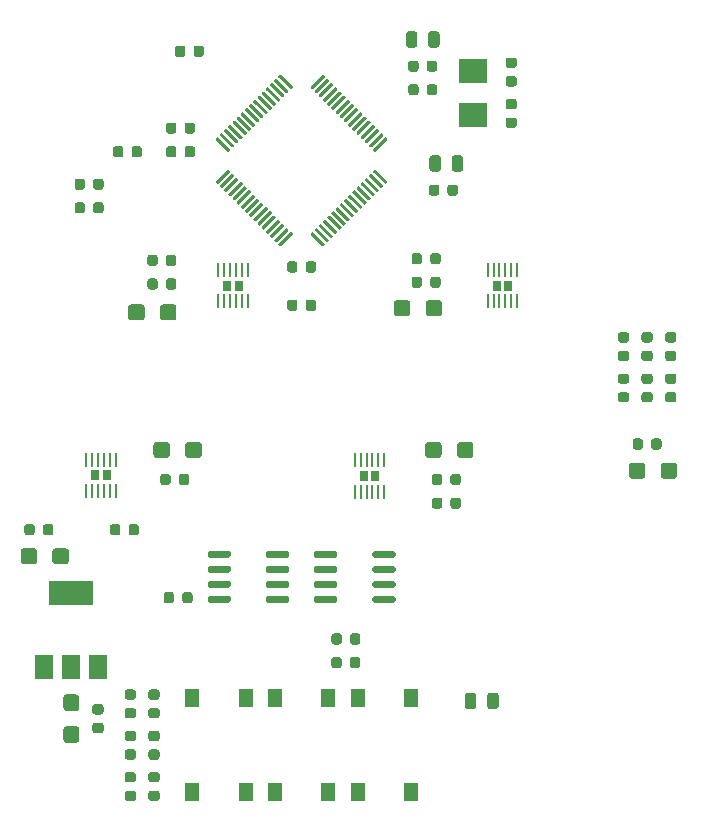
<source format=gbr>
%TF.GenerationSoftware,KiCad,Pcbnew,(5.1.6)-1*%
%TF.CreationDate,2021-08-14T20:00:11+02:00*%
%TF.ProjectId,sneak100_main_board,736e6561-6b31-4303-905f-6d61696e5f62,rev?*%
%TF.SameCoordinates,Original*%
%TF.FileFunction,Paste,Top*%
%TF.FilePolarity,Positive*%
%FSLAX46Y46*%
G04 Gerber Fmt 4.6, Leading zero omitted, Abs format (unit mm)*
G04 Created by KiCad (PCBNEW (5.1.6)-1) date 2021-08-14 20:00:11*
%MOMM*%
%LPD*%
G01*
G04 APERTURE LIST*
%ADD10R,0.250000X1.250000*%
%ADD11R,0.800000X0.950000*%
%ADD12R,1.500000X2.000000*%
%ADD13R,3.800000X2.000000*%
%ADD14R,1.300000X1.550000*%
%ADD15R,2.400000X2.000000*%
G04 APERTURE END LIST*
D10*
%TO.C,U4*%
X154250000Y-85375000D03*
X153750000Y-85375000D03*
X153275000Y-85375000D03*
X152775000Y-85375000D03*
X154750000Y-85375000D03*
X152250000Y-88025000D03*
X154750000Y-88025000D03*
X154250000Y-88025000D03*
D11*
X153000000Y-86700000D03*
D10*
X153750000Y-88025000D03*
D11*
X154000000Y-86700000D03*
D10*
X153250000Y-88025000D03*
X152250000Y-85375000D03*
X152750000Y-88025000D03*
%TD*%
%TO.C,U3*%
X131500000Y-85325000D03*
X131000000Y-85325000D03*
X130525000Y-85325000D03*
X130025000Y-85325000D03*
X132000000Y-85325000D03*
X129500000Y-87975000D03*
X132000000Y-87975000D03*
X131500000Y-87975000D03*
D11*
X130250000Y-86650000D03*
D10*
X131000000Y-87975000D03*
D11*
X131250000Y-86650000D03*
D10*
X130500000Y-87975000D03*
X129500000Y-85325000D03*
X130000000Y-87975000D03*
%TD*%
%TO.C,U2*%
X164000000Y-71925000D03*
X164500000Y-71925000D03*
X164975000Y-71925000D03*
X165475000Y-71925000D03*
X163500000Y-71925000D03*
X166000000Y-69275000D03*
X163500000Y-69275000D03*
X164000000Y-69275000D03*
D11*
X165250000Y-70600000D03*
D10*
X164500000Y-69275000D03*
D11*
X164250000Y-70600000D03*
D10*
X165000000Y-69275000D03*
X166000000Y-71925000D03*
X165500000Y-69275000D03*
%TD*%
%TO.C,U1*%
X141200000Y-71925000D03*
X141700000Y-71925000D03*
X142175000Y-71925000D03*
X142675000Y-71925000D03*
X140700000Y-71925000D03*
X143200000Y-69275000D03*
X140700000Y-69275000D03*
X141200000Y-69275000D03*
D11*
X142450000Y-70600000D03*
D10*
X141700000Y-69275000D03*
D11*
X141450000Y-70600000D03*
D10*
X142200000Y-69275000D03*
X143200000Y-71925000D03*
X142700000Y-69275000D03*
%TD*%
%TO.C,C21*%
G36*
G01*
X178150000Y-86675001D02*
X178150000Y-85824999D01*
G75*
G02*
X178399999Y-85575000I249999J0D01*
G01*
X179300001Y-85575000D01*
G75*
G02*
X179550000Y-85824999I0J-249999D01*
G01*
X179550000Y-86675001D01*
G75*
G02*
X179300001Y-86925000I-249999J0D01*
G01*
X178399999Y-86925000D01*
G75*
G02*
X178150000Y-86675001I0J249999D01*
G01*
G37*
G36*
G01*
X175450000Y-86675001D02*
X175450000Y-85824999D01*
G75*
G02*
X175699999Y-85575000I249999J0D01*
G01*
X176600001Y-85575000D01*
G75*
G02*
X176850000Y-85824999I0J-249999D01*
G01*
X176850000Y-86675001D01*
G75*
G02*
X176600001Y-86925000I-249999J0D01*
G01*
X175699999Y-86925000D01*
G75*
G02*
X175450000Y-86675001I0J249999D01*
G01*
G37*
%TD*%
%TO.C,C12*%
G36*
G01*
X160900000Y-84925001D02*
X160900000Y-84074999D01*
G75*
G02*
X161149999Y-83825000I249999J0D01*
G01*
X162050001Y-83825000D01*
G75*
G02*
X162300000Y-84074999I0J-249999D01*
G01*
X162300000Y-84925001D01*
G75*
G02*
X162050001Y-85175000I-249999J0D01*
G01*
X161149999Y-85175000D01*
G75*
G02*
X160900000Y-84925001I0J249999D01*
G01*
G37*
G36*
G01*
X158200000Y-84925001D02*
X158200000Y-84074999D01*
G75*
G02*
X158449999Y-83825000I249999J0D01*
G01*
X159350001Y-83825000D01*
G75*
G02*
X159600000Y-84074999I0J-249999D01*
G01*
X159600000Y-84925001D01*
G75*
G02*
X159350001Y-85175000I-249999J0D01*
G01*
X158449999Y-85175000D01*
G75*
G02*
X158200000Y-84925001I0J249999D01*
G01*
G37*
%TD*%
%TO.C,C9*%
G36*
G01*
X137900000Y-84925001D02*
X137900000Y-84074999D01*
G75*
G02*
X138149999Y-83825000I249999J0D01*
G01*
X139050001Y-83825000D01*
G75*
G02*
X139300000Y-84074999I0J-249999D01*
G01*
X139300000Y-84925001D01*
G75*
G02*
X139050001Y-85175000I-249999J0D01*
G01*
X138149999Y-85175000D01*
G75*
G02*
X137900000Y-84925001I0J249999D01*
G01*
G37*
G36*
G01*
X135200000Y-84925001D02*
X135200000Y-84074999D01*
G75*
G02*
X135449999Y-83825000I249999J0D01*
G01*
X136350001Y-83825000D01*
G75*
G02*
X136600000Y-84074999I0J-249999D01*
G01*
X136600000Y-84925001D01*
G75*
G02*
X136350001Y-85175000I-249999J0D01*
G01*
X135449999Y-85175000D01*
G75*
G02*
X135200000Y-84925001I0J249999D01*
G01*
G37*
%TD*%
%TO.C,C6*%
G36*
G01*
X156950000Y-72074999D02*
X156950000Y-72925001D01*
G75*
G02*
X156700001Y-73175000I-249999J0D01*
G01*
X155799999Y-73175000D01*
G75*
G02*
X155550000Y-72925001I0J249999D01*
G01*
X155550000Y-72074999D01*
G75*
G02*
X155799999Y-71825000I249999J0D01*
G01*
X156700001Y-71825000D01*
G75*
G02*
X156950000Y-72074999I0J-249999D01*
G01*
G37*
G36*
G01*
X159650000Y-72074999D02*
X159650000Y-72925001D01*
G75*
G02*
X159400001Y-73175000I-249999J0D01*
G01*
X158499999Y-73175000D01*
G75*
G02*
X158250000Y-72925001I0J249999D01*
G01*
X158250000Y-72074999D01*
G75*
G02*
X158499999Y-71825000I249999J0D01*
G01*
X159400001Y-71825000D01*
G75*
G02*
X159650000Y-72074999I0J-249999D01*
G01*
G37*
%TD*%
%TO.C,C3*%
G36*
G01*
X134450000Y-72424999D02*
X134450000Y-73275001D01*
G75*
G02*
X134200001Y-73525000I-249999J0D01*
G01*
X133299999Y-73525000D01*
G75*
G02*
X133050000Y-73275001I0J249999D01*
G01*
X133050000Y-72424999D01*
G75*
G02*
X133299999Y-72175000I249999J0D01*
G01*
X134200001Y-72175000D01*
G75*
G02*
X134450000Y-72424999I0J-249999D01*
G01*
G37*
G36*
G01*
X137150000Y-72424999D02*
X137150000Y-73275001D01*
G75*
G02*
X136900001Y-73525000I-249999J0D01*
G01*
X135999999Y-73525000D01*
G75*
G02*
X135750000Y-73275001I0J249999D01*
G01*
X135750000Y-72424999D01*
G75*
G02*
X135999999Y-72175000I249999J0D01*
G01*
X136900001Y-72175000D01*
G75*
G02*
X137150000Y-72424999I0J-249999D01*
G01*
G37*
%TD*%
%TO.C,C16*%
G36*
G01*
X125350000Y-93074999D02*
X125350000Y-93925001D01*
G75*
G02*
X125100001Y-94175000I-249999J0D01*
G01*
X124199999Y-94175000D01*
G75*
G02*
X123950000Y-93925001I0J249999D01*
G01*
X123950000Y-93074999D01*
G75*
G02*
X124199999Y-92825000I249999J0D01*
G01*
X125100001Y-92825000D01*
G75*
G02*
X125350000Y-93074999I0J-249999D01*
G01*
G37*
G36*
G01*
X128050000Y-93074999D02*
X128050000Y-93925001D01*
G75*
G02*
X127800001Y-94175000I-249999J0D01*
G01*
X126899999Y-94175000D01*
G75*
G02*
X126650000Y-93925001I0J249999D01*
G01*
X126650000Y-93074999D01*
G75*
G02*
X126899999Y-92825000I249999J0D01*
G01*
X127800001Y-92825000D01*
G75*
G02*
X128050000Y-93074999I0J-249999D01*
G01*
G37*
%TD*%
%TO.C,C15*%
G36*
G01*
X127824999Y-107900000D02*
X128675001Y-107900000D01*
G75*
G02*
X128925000Y-108149999I0J-249999D01*
G01*
X128925000Y-109050001D01*
G75*
G02*
X128675001Y-109300000I-249999J0D01*
G01*
X127824999Y-109300000D01*
G75*
G02*
X127575000Y-109050001I0J249999D01*
G01*
X127575000Y-108149999D01*
G75*
G02*
X127824999Y-107900000I249999J0D01*
G01*
G37*
G36*
G01*
X127824999Y-105200000D02*
X128675001Y-105200000D01*
G75*
G02*
X128925000Y-105449999I0J-249999D01*
G01*
X128925000Y-106350001D01*
G75*
G02*
X128675001Y-106600000I-249999J0D01*
G01*
X127824999Y-106600000D01*
G75*
G02*
X127575000Y-106350001I0J249999D01*
G01*
X127575000Y-105449999D01*
G75*
G02*
X127824999Y-105200000I249999J0D01*
G01*
G37*
%TD*%
%TO.C,C13*%
G36*
G01*
X162550000Y-105293750D02*
X162550000Y-106206250D01*
G75*
G02*
X162306250Y-106450000I-243750J0D01*
G01*
X161818750Y-106450000D01*
G75*
G02*
X161575000Y-106206250I0J243750D01*
G01*
X161575000Y-105293750D01*
G75*
G02*
X161818750Y-105050000I243750J0D01*
G01*
X162306250Y-105050000D01*
G75*
G02*
X162550000Y-105293750I0J-243750D01*
G01*
G37*
G36*
G01*
X164425000Y-105293750D02*
X164425000Y-106206250D01*
G75*
G02*
X164181250Y-106450000I-243750J0D01*
G01*
X163693750Y-106450000D01*
G75*
G02*
X163450000Y-106206250I0J243750D01*
G01*
X163450000Y-105293750D01*
G75*
G02*
X163693750Y-105050000I243750J0D01*
G01*
X164181250Y-105050000D01*
G75*
G02*
X164425000Y-105293750I0J-243750D01*
G01*
G37*
%TD*%
%TO.C,Q2*%
G36*
G01*
X150750000Y-97005000D02*
X150750000Y-97305000D01*
G75*
G02*
X150600000Y-97455000I-150000J0D01*
G01*
X148950000Y-97455000D01*
G75*
G02*
X148800000Y-97305000I0J150000D01*
G01*
X148800000Y-97005000D01*
G75*
G02*
X148950000Y-96855000I150000J0D01*
G01*
X150600000Y-96855000D01*
G75*
G02*
X150750000Y-97005000I0J-150000D01*
G01*
G37*
G36*
G01*
X150750000Y-95735000D02*
X150750000Y-96035000D01*
G75*
G02*
X150600000Y-96185000I-150000J0D01*
G01*
X148950000Y-96185000D01*
G75*
G02*
X148800000Y-96035000I0J150000D01*
G01*
X148800000Y-95735000D01*
G75*
G02*
X148950000Y-95585000I150000J0D01*
G01*
X150600000Y-95585000D01*
G75*
G02*
X150750000Y-95735000I0J-150000D01*
G01*
G37*
G36*
G01*
X150750000Y-94465000D02*
X150750000Y-94765000D01*
G75*
G02*
X150600000Y-94915000I-150000J0D01*
G01*
X148950000Y-94915000D01*
G75*
G02*
X148800000Y-94765000I0J150000D01*
G01*
X148800000Y-94465000D01*
G75*
G02*
X148950000Y-94315000I150000J0D01*
G01*
X150600000Y-94315000D01*
G75*
G02*
X150750000Y-94465000I0J-150000D01*
G01*
G37*
G36*
G01*
X150750000Y-93195000D02*
X150750000Y-93495000D01*
G75*
G02*
X150600000Y-93645000I-150000J0D01*
G01*
X148950000Y-93645000D01*
G75*
G02*
X148800000Y-93495000I0J150000D01*
G01*
X148800000Y-93195000D01*
G75*
G02*
X148950000Y-93045000I150000J0D01*
G01*
X150600000Y-93045000D01*
G75*
G02*
X150750000Y-93195000I0J-150000D01*
G01*
G37*
G36*
G01*
X155700000Y-93195000D02*
X155700000Y-93495000D01*
G75*
G02*
X155550000Y-93645000I-150000J0D01*
G01*
X153900000Y-93645000D01*
G75*
G02*
X153750000Y-93495000I0J150000D01*
G01*
X153750000Y-93195000D01*
G75*
G02*
X153900000Y-93045000I150000J0D01*
G01*
X155550000Y-93045000D01*
G75*
G02*
X155700000Y-93195000I0J-150000D01*
G01*
G37*
G36*
G01*
X155700000Y-94465000D02*
X155700000Y-94765000D01*
G75*
G02*
X155550000Y-94915000I-150000J0D01*
G01*
X153900000Y-94915000D01*
G75*
G02*
X153750000Y-94765000I0J150000D01*
G01*
X153750000Y-94465000D01*
G75*
G02*
X153900000Y-94315000I150000J0D01*
G01*
X155550000Y-94315000D01*
G75*
G02*
X155700000Y-94465000I0J-150000D01*
G01*
G37*
G36*
G01*
X155700000Y-95735000D02*
X155700000Y-96035000D01*
G75*
G02*
X155550000Y-96185000I-150000J0D01*
G01*
X153900000Y-96185000D01*
G75*
G02*
X153750000Y-96035000I0J150000D01*
G01*
X153750000Y-95735000D01*
G75*
G02*
X153900000Y-95585000I150000J0D01*
G01*
X155550000Y-95585000D01*
G75*
G02*
X155700000Y-95735000I0J-150000D01*
G01*
G37*
G36*
G01*
X155700000Y-97005000D02*
X155700000Y-97305000D01*
G75*
G02*
X155550000Y-97455000I-150000J0D01*
G01*
X153900000Y-97455000D01*
G75*
G02*
X153750000Y-97305000I0J150000D01*
G01*
X153750000Y-97005000D01*
G75*
G02*
X153900000Y-96855000I150000J0D01*
G01*
X155550000Y-96855000D01*
G75*
G02*
X155700000Y-97005000I0J-150000D01*
G01*
G37*
%TD*%
%TO.C,Q1*%
G36*
G01*
X144750000Y-93495000D02*
X144750000Y-93195000D01*
G75*
G02*
X144900000Y-93045000I150000J0D01*
G01*
X146550000Y-93045000D01*
G75*
G02*
X146700000Y-93195000I0J-150000D01*
G01*
X146700000Y-93495000D01*
G75*
G02*
X146550000Y-93645000I-150000J0D01*
G01*
X144900000Y-93645000D01*
G75*
G02*
X144750000Y-93495000I0J150000D01*
G01*
G37*
G36*
G01*
X144750000Y-94765000D02*
X144750000Y-94465000D01*
G75*
G02*
X144900000Y-94315000I150000J0D01*
G01*
X146550000Y-94315000D01*
G75*
G02*
X146700000Y-94465000I0J-150000D01*
G01*
X146700000Y-94765000D01*
G75*
G02*
X146550000Y-94915000I-150000J0D01*
G01*
X144900000Y-94915000D01*
G75*
G02*
X144750000Y-94765000I0J150000D01*
G01*
G37*
G36*
G01*
X144750000Y-96035000D02*
X144750000Y-95735000D01*
G75*
G02*
X144900000Y-95585000I150000J0D01*
G01*
X146550000Y-95585000D01*
G75*
G02*
X146700000Y-95735000I0J-150000D01*
G01*
X146700000Y-96035000D01*
G75*
G02*
X146550000Y-96185000I-150000J0D01*
G01*
X144900000Y-96185000D01*
G75*
G02*
X144750000Y-96035000I0J150000D01*
G01*
G37*
G36*
G01*
X144750000Y-97305000D02*
X144750000Y-97005000D01*
G75*
G02*
X144900000Y-96855000I150000J0D01*
G01*
X146550000Y-96855000D01*
G75*
G02*
X146700000Y-97005000I0J-150000D01*
G01*
X146700000Y-97305000D01*
G75*
G02*
X146550000Y-97455000I-150000J0D01*
G01*
X144900000Y-97455000D01*
G75*
G02*
X144750000Y-97305000I0J150000D01*
G01*
G37*
G36*
G01*
X139800000Y-97305000D02*
X139800000Y-97005000D01*
G75*
G02*
X139950000Y-96855000I150000J0D01*
G01*
X141600000Y-96855000D01*
G75*
G02*
X141750000Y-97005000I0J-150000D01*
G01*
X141750000Y-97305000D01*
G75*
G02*
X141600000Y-97455000I-150000J0D01*
G01*
X139950000Y-97455000D01*
G75*
G02*
X139800000Y-97305000I0J150000D01*
G01*
G37*
G36*
G01*
X139800000Y-96035000D02*
X139800000Y-95735000D01*
G75*
G02*
X139950000Y-95585000I150000J0D01*
G01*
X141600000Y-95585000D01*
G75*
G02*
X141750000Y-95735000I0J-150000D01*
G01*
X141750000Y-96035000D01*
G75*
G02*
X141600000Y-96185000I-150000J0D01*
G01*
X139950000Y-96185000D01*
G75*
G02*
X139800000Y-96035000I0J150000D01*
G01*
G37*
G36*
G01*
X139800000Y-94765000D02*
X139800000Y-94465000D01*
G75*
G02*
X139950000Y-94315000I150000J0D01*
G01*
X141600000Y-94315000D01*
G75*
G02*
X141750000Y-94465000I0J-150000D01*
G01*
X141750000Y-94765000D01*
G75*
G02*
X141600000Y-94915000I-150000J0D01*
G01*
X139950000Y-94915000D01*
G75*
G02*
X139800000Y-94765000I0J150000D01*
G01*
G37*
G36*
G01*
X139800000Y-93495000D02*
X139800000Y-93195000D01*
G75*
G02*
X139950000Y-93045000I150000J0D01*
G01*
X141600000Y-93045000D01*
G75*
G02*
X141750000Y-93195000I0J-150000D01*
G01*
X141750000Y-93495000D01*
G75*
G02*
X141600000Y-93645000I-150000J0D01*
G01*
X139950000Y-93645000D01*
G75*
G02*
X139800000Y-93495000I0J150000D01*
G01*
G37*
%TD*%
D12*
%TO.C,U5*%
X125950000Y-102900000D03*
X130550000Y-102900000D03*
X128250000Y-102900000D03*
D13*
X128250000Y-96600000D03*
%TD*%
%TO.C,U9*%
G36*
G01*
X154025572Y-60760140D02*
X155015522Y-61750090D01*
G75*
G02*
X155015522Y-61856156I-53033J-53033D01*
G01*
X154909456Y-61962222D01*
G75*
G02*
X154803390Y-61962222I-53033J53033D01*
G01*
X153813440Y-60972272D01*
G75*
G02*
X153813440Y-60866206I53033J53033D01*
G01*
X153919506Y-60760140D01*
G75*
G02*
X154025572Y-60760140I53033J-53033D01*
G01*
G37*
G36*
G01*
X153672019Y-61113693D02*
X154661969Y-62103643D01*
G75*
G02*
X154661969Y-62209709I-53033J-53033D01*
G01*
X154555903Y-62315775D01*
G75*
G02*
X154449837Y-62315775I-53033J53033D01*
G01*
X153459887Y-61325825D01*
G75*
G02*
X153459887Y-61219759I53033J53033D01*
G01*
X153565953Y-61113693D01*
G75*
G02*
X153672019Y-61113693I53033J-53033D01*
G01*
G37*
G36*
G01*
X153318466Y-61467246D02*
X154308416Y-62457196D01*
G75*
G02*
X154308416Y-62563262I-53033J-53033D01*
G01*
X154202350Y-62669328D01*
G75*
G02*
X154096284Y-62669328I-53033J53033D01*
G01*
X153106334Y-61679378D01*
G75*
G02*
X153106334Y-61573312I53033J53033D01*
G01*
X153212400Y-61467246D01*
G75*
G02*
X153318466Y-61467246I53033J-53033D01*
G01*
G37*
G36*
G01*
X152964912Y-61820800D02*
X153954862Y-62810750D01*
G75*
G02*
X153954862Y-62916816I-53033J-53033D01*
G01*
X153848796Y-63022882D01*
G75*
G02*
X153742730Y-63022882I-53033J53033D01*
G01*
X152752780Y-62032932D01*
G75*
G02*
X152752780Y-61926866I53033J53033D01*
G01*
X152858846Y-61820800D01*
G75*
G02*
X152964912Y-61820800I53033J-53033D01*
G01*
G37*
G36*
G01*
X152611359Y-62174353D02*
X153601309Y-63164303D01*
G75*
G02*
X153601309Y-63270369I-53033J-53033D01*
G01*
X153495243Y-63376435D01*
G75*
G02*
X153389177Y-63376435I-53033J53033D01*
G01*
X152399227Y-62386485D01*
G75*
G02*
X152399227Y-62280419I53033J53033D01*
G01*
X152505293Y-62174353D01*
G75*
G02*
X152611359Y-62174353I53033J-53033D01*
G01*
G37*
G36*
G01*
X152257805Y-62527907D02*
X153247755Y-63517857D01*
G75*
G02*
X153247755Y-63623923I-53033J-53033D01*
G01*
X153141689Y-63729989D01*
G75*
G02*
X153035623Y-63729989I-53033J53033D01*
G01*
X152045673Y-62740039D01*
G75*
G02*
X152045673Y-62633973I53033J53033D01*
G01*
X152151739Y-62527907D01*
G75*
G02*
X152257805Y-62527907I53033J-53033D01*
G01*
G37*
G36*
G01*
X151904252Y-62881460D02*
X152894202Y-63871410D01*
G75*
G02*
X152894202Y-63977476I-53033J-53033D01*
G01*
X152788136Y-64083542D01*
G75*
G02*
X152682070Y-64083542I-53033J53033D01*
G01*
X151692120Y-63093592D01*
G75*
G02*
X151692120Y-62987526I53033J53033D01*
G01*
X151798186Y-62881460D01*
G75*
G02*
X151904252Y-62881460I53033J-53033D01*
G01*
G37*
G36*
G01*
X151550699Y-63235013D02*
X152540649Y-64224963D01*
G75*
G02*
X152540649Y-64331029I-53033J-53033D01*
G01*
X152434583Y-64437095D01*
G75*
G02*
X152328517Y-64437095I-53033J53033D01*
G01*
X151338567Y-63447145D01*
G75*
G02*
X151338567Y-63341079I53033J53033D01*
G01*
X151444633Y-63235013D01*
G75*
G02*
X151550699Y-63235013I53033J-53033D01*
G01*
G37*
G36*
G01*
X151197145Y-63588567D02*
X152187095Y-64578517D01*
G75*
G02*
X152187095Y-64684583I-53033J-53033D01*
G01*
X152081029Y-64790649D01*
G75*
G02*
X151974963Y-64790649I-53033J53033D01*
G01*
X150985013Y-63800699D01*
G75*
G02*
X150985013Y-63694633I53033J53033D01*
G01*
X151091079Y-63588567D01*
G75*
G02*
X151197145Y-63588567I53033J-53033D01*
G01*
G37*
G36*
G01*
X150843592Y-63942120D02*
X151833542Y-64932070D01*
G75*
G02*
X151833542Y-65038136I-53033J-53033D01*
G01*
X151727476Y-65144202D01*
G75*
G02*
X151621410Y-65144202I-53033J53033D01*
G01*
X150631460Y-64154252D01*
G75*
G02*
X150631460Y-64048186I53033J53033D01*
G01*
X150737526Y-63942120D01*
G75*
G02*
X150843592Y-63942120I53033J-53033D01*
G01*
G37*
G36*
G01*
X150490039Y-64295673D02*
X151479989Y-65285623D01*
G75*
G02*
X151479989Y-65391689I-53033J-53033D01*
G01*
X151373923Y-65497755D01*
G75*
G02*
X151267857Y-65497755I-53033J53033D01*
G01*
X150277907Y-64507805D01*
G75*
G02*
X150277907Y-64401739I53033J53033D01*
G01*
X150383973Y-64295673D01*
G75*
G02*
X150490039Y-64295673I53033J-53033D01*
G01*
G37*
G36*
G01*
X150136485Y-64649227D02*
X151126435Y-65639177D01*
G75*
G02*
X151126435Y-65745243I-53033J-53033D01*
G01*
X151020369Y-65851309D01*
G75*
G02*
X150914303Y-65851309I-53033J53033D01*
G01*
X149924353Y-64861359D01*
G75*
G02*
X149924353Y-64755293I53033J53033D01*
G01*
X150030419Y-64649227D01*
G75*
G02*
X150136485Y-64649227I53033J-53033D01*
G01*
G37*
G36*
G01*
X149782932Y-65002780D02*
X150772882Y-65992730D01*
G75*
G02*
X150772882Y-66098796I-53033J-53033D01*
G01*
X150666816Y-66204862D01*
G75*
G02*
X150560750Y-66204862I-53033J53033D01*
G01*
X149570800Y-65214912D01*
G75*
G02*
X149570800Y-65108846I53033J53033D01*
G01*
X149676866Y-65002780D01*
G75*
G02*
X149782932Y-65002780I53033J-53033D01*
G01*
G37*
G36*
G01*
X149429378Y-65356334D02*
X150419328Y-66346284D01*
G75*
G02*
X150419328Y-66452350I-53033J-53033D01*
G01*
X150313262Y-66558416D01*
G75*
G02*
X150207196Y-66558416I-53033J53033D01*
G01*
X149217246Y-65568466D01*
G75*
G02*
X149217246Y-65462400I53033J53033D01*
G01*
X149323312Y-65356334D01*
G75*
G02*
X149429378Y-65356334I53033J-53033D01*
G01*
G37*
G36*
G01*
X149075825Y-65709887D02*
X150065775Y-66699837D01*
G75*
G02*
X150065775Y-66805903I-53033J-53033D01*
G01*
X149959709Y-66911969D01*
G75*
G02*
X149853643Y-66911969I-53033J53033D01*
G01*
X148863693Y-65922019D01*
G75*
G02*
X148863693Y-65815953I53033J53033D01*
G01*
X148969759Y-65709887D01*
G75*
G02*
X149075825Y-65709887I53033J-53033D01*
G01*
G37*
G36*
G01*
X148722272Y-66063440D02*
X149712222Y-67053390D01*
G75*
G02*
X149712222Y-67159456I-53033J-53033D01*
G01*
X149606156Y-67265522D01*
G75*
G02*
X149500090Y-67265522I-53033J53033D01*
G01*
X148510140Y-66275572D01*
G75*
G02*
X148510140Y-66169506I53033J53033D01*
G01*
X148616206Y-66063440D01*
G75*
G02*
X148722272Y-66063440I53033J-53033D01*
G01*
G37*
G36*
G01*
X146883794Y-66063440D02*
X146989860Y-66169506D01*
G75*
G02*
X146989860Y-66275572I-53033J-53033D01*
G01*
X145999910Y-67265522D01*
G75*
G02*
X145893844Y-67265522I-53033J53033D01*
G01*
X145787778Y-67159456D01*
G75*
G02*
X145787778Y-67053390I53033J53033D01*
G01*
X146777728Y-66063440D01*
G75*
G02*
X146883794Y-66063440I53033J-53033D01*
G01*
G37*
G36*
G01*
X146530241Y-65709887D02*
X146636307Y-65815953D01*
G75*
G02*
X146636307Y-65922019I-53033J-53033D01*
G01*
X145646357Y-66911969D01*
G75*
G02*
X145540291Y-66911969I-53033J53033D01*
G01*
X145434225Y-66805903D01*
G75*
G02*
X145434225Y-66699837I53033J53033D01*
G01*
X146424175Y-65709887D01*
G75*
G02*
X146530241Y-65709887I53033J-53033D01*
G01*
G37*
G36*
G01*
X146176688Y-65356334D02*
X146282754Y-65462400D01*
G75*
G02*
X146282754Y-65568466I-53033J-53033D01*
G01*
X145292804Y-66558416D01*
G75*
G02*
X145186738Y-66558416I-53033J53033D01*
G01*
X145080672Y-66452350D01*
G75*
G02*
X145080672Y-66346284I53033J53033D01*
G01*
X146070622Y-65356334D01*
G75*
G02*
X146176688Y-65356334I53033J-53033D01*
G01*
G37*
G36*
G01*
X145823134Y-65002780D02*
X145929200Y-65108846D01*
G75*
G02*
X145929200Y-65214912I-53033J-53033D01*
G01*
X144939250Y-66204862D01*
G75*
G02*
X144833184Y-66204862I-53033J53033D01*
G01*
X144727118Y-66098796D01*
G75*
G02*
X144727118Y-65992730I53033J53033D01*
G01*
X145717068Y-65002780D01*
G75*
G02*
X145823134Y-65002780I53033J-53033D01*
G01*
G37*
G36*
G01*
X145469581Y-64649227D02*
X145575647Y-64755293D01*
G75*
G02*
X145575647Y-64861359I-53033J-53033D01*
G01*
X144585697Y-65851309D01*
G75*
G02*
X144479631Y-65851309I-53033J53033D01*
G01*
X144373565Y-65745243D01*
G75*
G02*
X144373565Y-65639177I53033J53033D01*
G01*
X145363515Y-64649227D01*
G75*
G02*
X145469581Y-64649227I53033J-53033D01*
G01*
G37*
G36*
G01*
X145116027Y-64295673D02*
X145222093Y-64401739D01*
G75*
G02*
X145222093Y-64507805I-53033J-53033D01*
G01*
X144232143Y-65497755D01*
G75*
G02*
X144126077Y-65497755I-53033J53033D01*
G01*
X144020011Y-65391689D01*
G75*
G02*
X144020011Y-65285623I53033J53033D01*
G01*
X145009961Y-64295673D01*
G75*
G02*
X145116027Y-64295673I53033J-53033D01*
G01*
G37*
G36*
G01*
X144762474Y-63942120D02*
X144868540Y-64048186D01*
G75*
G02*
X144868540Y-64154252I-53033J-53033D01*
G01*
X143878590Y-65144202D01*
G75*
G02*
X143772524Y-65144202I-53033J53033D01*
G01*
X143666458Y-65038136D01*
G75*
G02*
X143666458Y-64932070I53033J53033D01*
G01*
X144656408Y-63942120D01*
G75*
G02*
X144762474Y-63942120I53033J-53033D01*
G01*
G37*
G36*
G01*
X144408921Y-63588567D02*
X144514987Y-63694633D01*
G75*
G02*
X144514987Y-63800699I-53033J-53033D01*
G01*
X143525037Y-64790649D01*
G75*
G02*
X143418971Y-64790649I-53033J53033D01*
G01*
X143312905Y-64684583D01*
G75*
G02*
X143312905Y-64578517I53033J53033D01*
G01*
X144302855Y-63588567D01*
G75*
G02*
X144408921Y-63588567I53033J-53033D01*
G01*
G37*
G36*
G01*
X144055367Y-63235013D02*
X144161433Y-63341079D01*
G75*
G02*
X144161433Y-63447145I-53033J-53033D01*
G01*
X143171483Y-64437095D01*
G75*
G02*
X143065417Y-64437095I-53033J53033D01*
G01*
X142959351Y-64331029D01*
G75*
G02*
X142959351Y-64224963I53033J53033D01*
G01*
X143949301Y-63235013D01*
G75*
G02*
X144055367Y-63235013I53033J-53033D01*
G01*
G37*
G36*
G01*
X143701814Y-62881460D02*
X143807880Y-62987526D01*
G75*
G02*
X143807880Y-63093592I-53033J-53033D01*
G01*
X142817930Y-64083542D01*
G75*
G02*
X142711864Y-64083542I-53033J53033D01*
G01*
X142605798Y-63977476D01*
G75*
G02*
X142605798Y-63871410I53033J53033D01*
G01*
X143595748Y-62881460D01*
G75*
G02*
X143701814Y-62881460I53033J-53033D01*
G01*
G37*
G36*
G01*
X143348261Y-62527907D02*
X143454327Y-62633973D01*
G75*
G02*
X143454327Y-62740039I-53033J-53033D01*
G01*
X142464377Y-63729989D01*
G75*
G02*
X142358311Y-63729989I-53033J53033D01*
G01*
X142252245Y-63623923D01*
G75*
G02*
X142252245Y-63517857I53033J53033D01*
G01*
X143242195Y-62527907D01*
G75*
G02*
X143348261Y-62527907I53033J-53033D01*
G01*
G37*
G36*
G01*
X142994707Y-62174353D02*
X143100773Y-62280419D01*
G75*
G02*
X143100773Y-62386485I-53033J-53033D01*
G01*
X142110823Y-63376435D01*
G75*
G02*
X142004757Y-63376435I-53033J53033D01*
G01*
X141898691Y-63270369D01*
G75*
G02*
X141898691Y-63164303I53033J53033D01*
G01*
X142888641Y-62174353D01*
G75*
G02*
X142994707Y-62174353I53033J-53033D01*
G01*
G37*
G36*
G01*
X142641154Y-61820800D02*
X142747220Y-61926866D01*
G75*
G02*
X142747220Y-62032932I-53033J-53033D01*
G01*
X141757270Y-63022882D01*
G75*
G02*
X141651204Y-63022882I-53033J53033D01*
G01*
X141545138Y-62916816D01*
G75*
G02*
X141545138Y-62810750I53033J53033D01*
G01*
X142535088Y-61820800D01*
G75*
G02*
X142641154Y-61820800I53033J-53033D01*
G01*
G37*
G36*
G01*
X142287600Y-61467246D02*
X142393666Y-61573312D01*
G75*
G02*
X142393666Y-61679378I-53033J-53033D01*
G01*
X141403716Y-62669328D01*
G75*
G02*
X141297650Y-62669328I-53033J53033D01*
G01*
X141191584Y-62563262D01*
G75*
G02*
X141191584Y-62457196I53033J53033D01*
G01*
X142181534Y-61467246D01*
G75*
G02*
X142287600Y-61467246I53033J-53033D01*
G01*
G37*
G36*
G01*
X141934047Y-61113693D02*
X142040113Y-61219759D01*
G75*
G02*
X142040113Y-61325825I-53033J-53033D01*
G01*
X141050163Y-62315775D01*
G75*
G02*
X140944097Y-62315775I-53033J53033D01*
G01*
X140838031Y-62209709D01*
G75*
G02*
X140838031Y-62103643I53033J53033D01*
G01*
X141827981Y-61113693D01*
G75*
G02*
X141934047Y-61113693I53033J-53033D01*
G01*
G37*
G36*
G01*
X141580494Y-60760140D02*
X141686560Y-60866206D01*
G75*
G02*
X141686560Y-60972272I-53033J-53033D01*
G01*
X140696610Y-61962222D01*
G75*
G02*
X140590544Y-61962222I-53033J53033D01*
G01*
X140484478Y-61856156D01*
G75*
G02*
X140484478Y-61750090I53033J53033D01*
G01*
X141474428Y-60760140D01*
G75*
G02*
X141580494Y-60760140I53033J-53033D01*
G01*
G37*
G36*
G01*
X140696610Y-58037778D02*
X141686560Y-59027728D01*
G75*
G02*
X141686560Y-59133794I-53033J-53033D01*
G01*
X141580494Y-59239860D01*
G75*
G02*
X141474428Y-59239860I-53033J53033D01*
G01*
X140484478Y-58249910D01*
G75*
G02*
X140484478Y-58143844I53033J53033D01*
G01*
X140590544Y-58037778D01*
G75*
G02*
X140696610Y-58037778I53033J-53033D01*
G01*
G37*
G36*
G01*
X141050163Y-57684225D02*
X142040113Y-58674175D01*
G75*
G02*
X142040113Y-58780241I-53033J-53033D01*
G01*
X141934047Y-58886307D01*
G75*
G02*
X141827981Y-58886307I-53033J53033D01*
G01*
X140838031Y-57896357D01*
G75*
G02*
X140838031Y-57790291I53033J53033D01*
G01*
X140944097Y-57684225D01*
G75*
G02*
X141050163Y-57684225I53033J-53033D01*
G01*
G37*
G36*
G01*
X141403716Y-57330672D02*
X142393666Y-58320622D01*
G75*
G02*
X142393666Y-58426688I-53033J-53033D01*
G01*
X142287600Y-58532754D01*
G75*
G02*
X142181534Y-58532754I-53033J53033D01*
G01*
X141191584Y-57542804D01*
G75*
G02*
X141191584Y-57436738I53033J53033D01*
G01*
X141297650Y-57330672D01*
G75*
G02*
X141403716Y-57330672I53033J-53033D01*
G01*
G37*
G36*
G01*
X141757270Y-56977118D02*
X142747220Y-57967068D01*
G75*
G02*
X142747220Y-58073134I-53033J-53033D01*
G01*
X142641154Y-58179200D01*
G75*
G02*
X142535088Y-58179200I-53033J53033D01*
G01*
X141545138Y-57189250D01*
G75*
G02*
X141545138Y-57083184I53033J53033D01*
G01*
X141651204Y-56977118D01*
G75*
G02*
X141757270Y-56977118I53033J-53033D01*
G01*
G37*
G36*
G01*
X142110823Y-56623565D02*
X143100773Y-57613515D01*
G75*
G02*
X143100773Y-57719581I-53033J-53033D01*
G01*
X142994707Y-57825647D01*
G75*
G02*
X142888641Y-57825647I-53033J53033D01*
G01*
X141898691Y-56835697D01*
G75*
G02*
X141898691Y-56729631I53033J53033D01*
G01*
X142004757Y-56623565D01*
G75*
G02*
X142110823Y-56623565I53033J-53033D01*
G01*
G37*
G36*
G01*
X142464377Y-56270011D02*
X143454327Y-57259961D01*
G75*
G02*
X143454327Y-57366027I-53033J-53033D01*
G01*
X143348261Y-57472093D01*
G75*
G02*
X143242195Y-57472093I-53033J53033D01*
G01*
X142252245Y-56482143D01*
G75*
G02*
X142252245Y-56376077I53033J53033D01*
G01*
X142358311Y-56270011D01*
G75*
G02*
X142464377Y-56270011I53033J-53033D01*
G01*
G37*
G36*
G01*
X142817930Y-55916458D02*
X143807880Y-56906408D01*
G75*
G02*
X143807880Y-57012474I-53033J-53033D01*
G01*
X143701814Y-57118540D01*
G75*
G02*
X143595748Y-57118540I-53033J53033D01*
G01*
X142605798Y-56128590D01*
G75*
G02*
X142605798Y-56022524I53033J53033D01*
G01*
X142711864Y-55916458D01*
G75*
G02*
X142817930Y-55916458I53033J-53033D01*
G01*
G37*
G36*
G01*
X143171483Y-55562905D02*
X144161433Y-56552855D01*
G75*
G02*
X144161433Y-56658921I-53033J-53033D01*
G01*
X144055367Y-56764987D01*
G75*
G02*
X143949301Y-56764987I-53033J53033D01*
G01*
X142959351Y-55775037D01*
G75*
G02*
X142959351Y-55668971I53033J53033D01*
G01*
X143065417Y-55562905D01*
G75*
G02*
X143171483Y-55562905I53033J-53033D01*
G01*
G37*
G36*
G01*
X143525037Y-55209351D02*
X144514987Y-56199301D01*
G75*
G02*
X144514987Y-56305367I-53033J-53033D01*
G01*
X144408921Y-56411433D01*
G75*
G02*
X144302855Y-56411433I-53033J53033D01*
G01*
X143312905Y-55421483D01*
G75*
G02*
X143312905Y-55315417I53033J53033D01*
G01*
X143418971Y-55209351D01*
G75*
G02*
X143525037Y-55209351I53033J-53033D01*
G01*
G37*
G36*
G01*
X143878590Y-54855798D02*
X144868540Y-55845748D01*
G75*
G02*
X144868540Y-55951814I-53033J-53033D01*
G01*
X144762474Y-56057880D01*
G75*
G02*
X144656408Y-56057880I-53033J53033D01*
G01*
X143666458Y-55067930D01*
G75*
G02*
X143666458Y-54961864I53033J53033D01*
G01*
X143772524Y-54855798D01*
G75*
G02*
X143878590Y-54855798I53033J-53033D01*
G01*
G37*
G36*
G01*
X144232143Y-54502245D02*
X145222093Y-55492195D01*
G75*
G02*
X145222093Y-55598261I-53033J-53033D01*
G01*
X145116027Y-55704327D01*
G75*
G02*
X145009961Y-55704327I-53033J53033D01*
G01*
X144020011Y-54714377D01*
G75*
G02*
X144020011Y-54608311I53033J53033D01*
G01*
X144126077Y-54502245D01*
G75*
G02*
X144232143Y-54502245I53033J-53033D01*
G01*
G37*
G36*
G01*
X144585697Y-54148691D02*
X145575647Y-55138641D01*
G75*
G02*
X145575647Y-55244707I-53033J-53033D01*
G01*
X145469581Y-55350773D01*
G75*
G02*
X145363515Y-55350773I-53033J53033D01*
G01*
X144373565Y-54360823D01*
G75*
G02*
X144373565Y-54254757I53033J53033D01*
G01*
X144479631Y-54148691D01*
G75*
G02*
X144585697Y-54148691I53033J-53033D01*
G01*
G37*
G36*
G01*
X144939250Y-53795138D02*
X145929200Y-54785088D01*
G75*
G02*
X145929200Y-54891154I-53033J-53033D01*
G01*
X145823134Y-54997220D01*
G75*
G02*
X145717068Y-54997220I-53033J53033D01*
G01*
X144727118Y-54007270D01*
G75*
G02*
X144727118Y-53901204I53033J53033D01*
G01*
X144833184Y-53795138D01*
G75*
G02*
X144939250Y-53795138I53033J-53033D01*
G01*
G37*
G36*
G01*
X145292804Y-53441584D02*
X146282754Y-54431534D01*
G75*
G02*
X146282754Y-54537600I-53033J-53033D01*
G01*
X146176688Y-54643666D01*
G75*
G02*
X146070622Y-54643666I-53033J53033D01*
G01*
X145080672Y-53653716D01*
G75*
G02*
X145080672Y-53547650I53033J53033D01*
G01*
X145186738Y-53441584D01*
G75*
G02*
X145292804Y-53441584I53033J-53033D01*
G01*
G37*
G36*
G01*
X145646357Y-53088031D02*
X146636307Y-54077981D01*
G75*
G02*
X146636307Y-54184047I-53033J-53033D01*
G01*
X146530241Y-54290113D01*
G75*
G02*
X146424175Y-54290113I-53033J53033D01*
G01*
X145434225Y-53300163D01*
G75*
G02*
X145434225Y-53194097I53033J53033D01*
G01*
X145540291Y-53088031D01*
G75*
G02*
X145646357Y-53088031I53033J-53033D01*
G01*
G37*
G36*
G01*
X145999910Y-52734478D02*
X146989860Y-53724428D01*
G75*
G02*
X146989860Y-53830494I-53033J-53033D01*
G01*
X146883794Y-53936560D01*
G75*
G02*
X146777728Y-53936560I-53033J53033D01*
G01*
X145787778Y-52946610D01*
G75*
G02*
X145787778Y-52840544I53033J53033D01*
G01*
X145893844Y-52734478D01*
G75*
G02*
X145999910Y-52734478I53033J-53033D01*
G01*
G37*
G36*
G01*
X149606156Y-52734478D02*
X149712222Y-52840544D01*
G75*
G02*
X149712222Y-52946610I-53033J-53033D01*
G01*
X148722272Y-53936560D01*
G75*
G02*
X148616206Y-53936560I-53033J53033D01*
G01*
X148510140Y-53830494D01*
G75*
G02*
X148510140Y-53724428I53033J53033D01*
G01*
X149500090Y-52734478D01*
G75*
G02*
X149606156Y-52734478I53033J-53033D01*
G01*
G37*
G36*
G01*
X149959709Y-53088031D02*
X150065775Y-53194097D01*
G75*
G02*
X150065775Y-53300163I-53033J-53033D01*
G01*
X149075825Y-54290113D01*
G75*
G02*
X148969759Y-54290113I-53033J53033D01*
G01*
X148863693Y-54184047D01*
G75*
G02*
X148863693Y-54077981I53033J53033D01*
G01*
X149853643Y-53088031D01*
G75*
G02*
X149959709Y-53088031I53033J-53033D01*
G01*
G37*
G36*
G01*
X150313262Y-53441584D02*
X150419328Y-53547650D01*
G75*
G02*
X150419328Y-53653716I-53033J-53033D01*
G01*
X149429378Y-54643666D01*
G75*
G02*
X149323312Y-54643666I-53033J53033D01*
G01*
X149217246Y-54537600D01*
G75*
G02*
X149217246Y-54431534I53033J53033D01*
G01*
X150207196Y-53441584D01*
G75*
G02*
X150313262Y-53441584I53033J-53033D01*
G01*
G37*
G36*
G01*
X150666816Y-53795138D02*
X150772882Y-53901204D01*
G75*
G02*
X150772882Y-54007270I-53033J-53033D01*
G01*
X149782932Y-54997220D01*
G75*
G02*
X149676866Y-54997220I-53033J53033D01*
G01*
X149570800Y-54891154D01*
G75*
G02*
X149570800Y-54785088I53033J53033D01*
G01*
X150560750Y-53795138D01*
G75*
G02*
X150666816Y-53795138I53033J-53033D01*
G01*
G37*
G36*
G01*
X151020369Y-54148691D02*
X151126435Y-54254757D01*
G75*
G02*
X151126435Y-54360823I-53033J-53033D01*
G01*
X150136485Y-55350773D01*
G75*
G02*
X150030419Y-55350773I-53033J53033D01*
G01*
X149924353Y-55244707D01*
G75*
G02*
X149924353Y-55138641I53033J53033D01*
G01*
X150914303Y-54148691D01*
G75*
G02*
X151020369Y-54148691I53033J-53033D01*
G01*
G37*
G36*
G01*
X151373923Y-54502245D02*
X151479989Y-54608311D01*
G75*
G02*
X151479989Y-54714377I-53033J-53033D01*
G01*
X150490039Y-55704327D01*
G75*
G02*
X150383973Y-55704327I-53033J53033D01*
G01*
X150277907Y-55598261D01*
G75*
G02*
X150277907Y-55492195I53033J53033D01*
G01*
X151267857Y-54502245D01*
G75*
G02*
X151373923Y-54502245I53033J-53033D01*
G01*
G37*
G36*
G01*
X151727476Y-54855798D02*
X151833542Y-54961864D01*
G75*
G02*
X151833542Y-55067930I-53033J-53033D01*
G01*
X150843592Y-56057880D01*
G75*
G02*
X150737526Y-56057880I-53033J53033D01*
G01*
X150631460Y-55951814D01*
G75*
G02*
X150631460Y-55845748I53033J53033D01*
G01*
X151621410Y-54855798D01*
G75*
G02*
X151727476Y-54855798I53033J-53033D01*
G01*
G37*
G36*
G01*
X152081029Y-55209351D02*
X152187095Y-55315417D01*
G75*
G02*
X152187095Y-55421483I-53033J-53033D01*
G01*
X151197145Y-56411433D01*
G75*
G02*
X151091079Y-56411433I-53033J53033D01*
G01*
X150985013Y-56305367D01*
G75*
G02*
X150985013Y-56199301I53033J53033D01*
G01*
X151974963Y-55209351D01*
G75*
G02*
X152081029Y-55209351I53033J-53033D01*
G01*
G37*
G36*
G01*
X152434583Y-55562905D02*
X152540649Y-55668971D01*
G75*
G02*
X152540649Y-55775037I-53033J-53033D01*
G01*
X151550699Y-56764987D01*
G75*
G02*
X151444633Y-56764987I-53033J53033D01*
G01*
X151338567Y-56658921D01*
G75*
G02*
X151338567Y-56552855I53033J53033D01*
G01*
X152328517Y-55562905D01*
G75*
G02*
X152434583Y-55562905I53033J-53033D01*
G01*
G37*
G36*
G01*
X152788136Y-55916458D02*
X152894202Y-56022524D01*
G75*
G02*
X152894202Y-56128590I-53033J-53033D01*
G01*
X151904252Y-57118540D01*
G75*
G02*
X151798186Y-57118540I-53033J53033D01*
G01*
X151692120Y-57012474D01*
G75*
G02*
X151692120Y-56906408I53033J53033D01*
G01*
X152682070Y-55916458D01*
G75*
G02*
X152788136Y-55916458I53033J-53033D01*
G01*
G37*
G36*
G01*
X153141689Y-56270011D02*
X153247755Y-56376077D01*
G75*
G02*
X153247755Y-56482143I-53033J-53033D01*
G01*
X152257805Y-57472093D01*
G75*
G02*
X152151739Y-57472093I-53033J53033D01*
G01*
X152045673Y-57366027D01*
G75*
G02*
X152045673Y-57259961I53033J53033D01*
G01*
X153035623Y-56270011D01*
G75*
G02*
X153141689Y-56270011I53033J-53033D01*
G01*
G37*
G36*
G01*
X153495243Y-56623565D02*
X153601309Y-56729631D01*
G75*
G02*
X153601309Y-56835697I-53033J-53033D01*
G01*
X152611359Y-57825647D01*
G75*
G02*
X152505293Y-57825647I-53033J53033D01*
G01*
X152399227Y-57719581D01*
G75*
G02*
X152399227Y-57613515I53033J53033D01*
G01*
X153389177Y-56623565D01*
G75*
G02*
X153495243Y-56623565I53033J-53033D01*
G01*
G37*
G36*
G01*
X153848796Y-56977118D02*
X153954862Y-57083184D01*
G75*
G02*
X153954862Y-57189250I-53033J-53033D01*
G01*
X152964912Y-58179200D01*
G75*
G02*
X152858846Y-58179200I-53033J53033D01*
G01*
X152752780Y-58073134D01*
G75*
G02*
X152752780Y-57967068I53033J53033D01*
G01*
X153742730Y-56977118D01*
G75*
G02*
X153848796Y-56977118I53033J-53033D01*
G01*
G37*
G36*
G01*
X154202350Y-57330672D02*
X154308416Y-57436738D01*
G75*
G02*
X154308416Y-57542804I-53033J-53033D01*
G01*
X153318466Y-58532754D01*
G75*
G02*
X153212400Y-58532754I-53033J53033D01*
G01*
X153106334Y-58426688D01*
G75*
G02*
X153106334Y-58320622I53033J53033D01*
G01*
X154096284Y-57330672D01*
G75*
G02*
X154202350Y-57330672I53033J-53033D01*
G01*
G37*
G36*
G01*
X154555903Y-57684225D02*
X154661969Y-57790291D01*
G75*
G02*
X154661969Y-57896357I-53033J-53033D01*
G01*
X153672019Y-58886307D01*
G75*
G02*
X153565953Y-58886307I-53033J53033D01*
G01*
X153459887Y-58780241D01*
G75*
G02*
X153459887Y-58674175I53033J53033D01*
G01*
X154449837Y-57684225D01*
G75*
G02*
X154555903Y-57684225I53033J-53033D01*
G01*
G37*
G36*
G01*
X154909456Y-58037778D02*
X155015522Y-58143844D01*
G75*
G02*
X155015522Y-58249910I-53033J-53033D01*
G01*
X154025572Y-59239860D01*
G75*
G02*
X153919506Y-59239860I-53033J53033D01*
G01*
X153813440Y-59133794D01*
G75*
G02*
X153813440Y-59027728I53033J53033D01*
G01*
X154803390Y-58037778D01*
G75*
G02*
X154909456Y-58037778I53033J-53033D01*
G01*
G37*
%TD*%
D14*
%TO.C,SW4*%
X152500000Y-113475000D03*
X157000000Y-113475000D03*
X157000000Y-105525000D03*
X152500000Y-105525000D03*
%TD*%
%TO.C,SW3*%
X145500000Y-113475000D03*
X150000000Y-113475000D03*
X150000000Y-105525000D03*
X145500000Y-105525000D03*
%TD*%
%TO.C,SW2*%
X138500000Y-113475000D03*
X143000000Y-113475000D03*
X143000000Y-105525000D03*
X138500000Y-105525000D03*
%TD*%
%TO.C,R11*%
G36*
G01*
X178743750Y-79600000D02*
X179256250Y-79600000D01*
G75*
G02*
X179475000Y-79818750I0J-218750D01*
G01*
X179475000Y-80256250D01*
G75*
G02*
X179256250Y-80475000I-218750J0D01*
G01*
X178743750Y-80475000D01*
G75*
G02*
X178525000Y-80256250I0J218750D01*
G01*
X178525000Y-79818750D01*
G75*
G02*
X178743750Y-79600000I218750J0D01*
G01*
G37*
G36*
G01*
X178743750Y-78025000D02*
X179256250Y-78025000D01*
G75*
G02*
X179475000Y-78243750I0J-218750D01*
G01*
X179475000Y-78681250D01*
G75*
G02*
X179256250Y-78900000I-218750J0D01*
G01*
X178743750Y-78900000D01*
G75*
G02*
X178525000Y-78681250I0J218750D01*
G01*
X178525000Y-78243750D01*
G75*
G02*
X178743750Y-78025000I218750J0D01*
G01*
G37*
%TD*%
%TO.C,D3*%
G36*
G01*
X178743750Y-76100000D02*
X179256250Y-76100000D01*
G75*
G02*
X179475000Y-76318750I0J-218750D01*
G01*
X179475000Y-76756250D01*
G75*
G02*
X179256250Y-76975000I-218750J0D01*
G01*
X178743750Y-76975000D01*
G75*
G02*
X178525000Y-76756250I0J218750D01*
G01*
X178525000Y-76318750D01*
G75*
G02*
X178743750Y-76100000I218750J0D01*
G01*
G37*
G36*
G01*
X178743750Y-74525000D02*
X179256250Y-74525000D01*
G75*
G02*
X179475000Y-74743750I0J-218750D01*
G01*
X179475000Y-75181250D01*
G75*
G02*
X179256250Y-75400000I-218750J0D01*
G01*
X178743750Y-75400000D01*
G75*
G02*
X178525000Y-75181250I0J218750D01*
G01*
X178525000Y-74743750D01*
G75*
G02*
X178743750Y-74525000I218750J0D01*
G01*
G37*
%TD*%
%TO.C,R10*%
G36*
G01*
X135506250Y-112650000D02*
X134993750Y-112650000D01*
G75*
G02*
X134775000Y-112431250I0J218750D01*
G01*
X134775000Y-111993750D01*
G75*
G02*
X134993750Y-111775000I218750J0D01*
G01*
X135506250Y-111775000D01*
G75*
G02*
X135725000Y-111993750I0J-218750D01*
G01*
X135725000Y-112431250D01*
G75*
G02*
X135506250Y-112650000I-218750J0D01*
G01*
G37*
G36*
G01*
X135506250Y-114225000D02*
X134993750Y-114225000D01*
G75*
G02*
X134775000Y-114006250I0J218750D01*
G01*
X134775000Y-113568750D01*
G75*
G02*
X134993750Y-113350000I218750J0D01*
G01*
X135506250Y-113350000D01*
G75*
G02*
X135725000Y-113568750I0J-218750D01*
G01*
X135725000Y-114006250D01*
G75*
G02*
X135506250Y-114225000I-218750J0D01*
G01*
G37*
%TD*%
%TO.C,R9*%
G36*
G01*
X134993750Y-109850000D02*
X135506250Y-109850000D01*
G75*
G02*
X135725000Y-110068750I0J-218750D01*
G01*
X135725000Y-110506250D01*
G75*
G02*
X135506250Y-110725000I-218750J0D01*
G01*
X134993750Y-110725000D01*
G75*
G02*
X134775000Y-110506250I0J218750D01*
G01*
X134775000Y-110068750D01*
G75*
G02*
X134993750Y-109850000I218750J0D01*
G01*
G37*
G36*
G01*
X134993750Y-108275000D02*
X135506250Y-108275000D01*
G75*
G02*
X135725000Y-108493750I0J-218750D01*
G01*
X135725000Y-108931250D01*
G75*
G02*
X135506250Y-109150000I-218750J0D01*
G01*
X134993750Y-109150000D01*
G75*
G02*
X134775000Y-108931250I0J218750D01*
G01*
X134775000Y-108493750D01*
G75*
G02*
X134993750Y-108275000I218750J0D01*
G01*
G37*
%TD*%
%TO.C,C20*%
G36*
G01*
X132993750Y-113350000D02*
X133506250Y-113350000D01*
G75*
G02*
X133725000Y-113568750I0J-218750D01*
G01*
X133725000Y-114006250D01*
G75*
G02*
X133506250Y-114225000I-218750J0D01*
G01*
X132993750Y-114225000D01*
G75*
G02*
X132775000Y-114006250I0J218750D01*
G01*
X132775000Y-113568750D01*
G75*
G02*
X132993750Y-113350000I218750J0D01*
G01*
G37*
G36*
G01*
X132993750Y-111775000D02*
X133506250Y-111775000D01*
G75*
G02*
X133725000Y-111993750I0J-218750D01*
G01*
X133725000Y-112431250D01*
G75*
G02*
X133506250Y-112650000I-218750J0D01*
G01*
X132993750Y-112650000D01*
G75*
G02*
X132775000Y-112431250I0J218750D01*
G01*
X132775000Y-111993750D01*
G75*
G02*
X132993750Y-111775000I218750J0D01*
G01*
G37*
%TD*%
%TO.C,C19*%
G36*
G01*
X133506250Y-109150000D02*
X132993750Y-109150000D01*
G75*
G02*
X132775000Y-108931250I0J218750D01*
G01*
X132775000Y-108493750D01*
G75*
G02*
X132993750Y-108275000I218750J0D01*
G01*
X133506250Y-108275000D01*
G75*
G02*
X133725000Y-108493750I0J-218750D01*
G01*
X133725000Y-108931250D01*
G75*
G02*
X133506250Y-109150000I-218750J0D01*
G01*
G37*
G36*
G01*
X133506250Y-110725000D02*
X132993750Y-110725000D01*
G75*
G02*
X132775000Y-110506250I0J218750D01*
G01*
X132775000Y-110068750D01*
G75*
G02*
X132993750Y-109850000I218750J0D01*
G01*
X133506250Y-109850000D01*
G75*
G02*
X133725000Y-110068750I0J-218750D01*
G01*
X133725000Y-110506250D01*
G75*
G02*
X133506250Y-110725000I-218750J0D01*
G01*
G37*
%TD*%
%TO.C,R12*%
G36*
G01*
X176650000Y-83743750D02*
X176650000Y-84256250D01*
G75*
G02*
X176431250Y-84475000I-218750J0D01*
G01*
X175993750Y-84475000D01*
G75*
G02*
X175775000Y-84256250I0J218750D01*
G01*
X175775000Y-83743750D01*
G75*
G02*
X175993750Y-83525000I218750J0D01*
G01*
X176431250Y-83525000D01*
G75*
G02*
X176650000Y-83743750I0J-218750D01*
G01*
G37*
G36*
G01*
X178225000Y-83743750D02*
X178225000Y-84256250D01*
G75*
G02*
X178006250Y-84475000I-218750J0D01*
G01*
X177568750Y-84475000D01*
G75*
G02*
X177350000Y-84256250I0J218750D01*
G01*
X177350000Y-83743750D01*
G75*
G02*
X177568750Y-83525000I218750J0D01*
G01*
X178006250Y-83525000D01*
G75*
G02*
X178225000Y-83743750I0J-218750D01*
G01*
G37*
%TD*%
%TO.C,R8*%
G36*
G01*
X135506250Y-105650000D02*
X134993750Y-105650000D01*
G75*
G02*
X134775000Y-105431250I0J218750D01*
G01*
X134775000Y-104993750D01*
G75*
G02*
X134993750Y-104775000I218750J0D01*
G01*
X135506250Y-104775000D01*
G75*
G02*
X135725000Y-104993750I0J-218750D01*
G01*
X135725000Y-105431250D01*
G75*
G02*
X135506250Y-105650000I-218750J0D01*
G01*
G37*
G36*
G01*
X135506250Y-107225000D02*
X134993750Y-107225000D01*
G75*
G02*
X134775000Y-107006250I0J218750D01*
G01*
X134775000Y-106568750D01*
G75*
G02*
X134993750Y-106350000I218750J0D01*
G01*
X135506250Y-106350000D01*
G75*
G02*
X135725000Y-106568750I0J-218750D01*
G01*
X135725000Y-107006250D01*
G75*
G02*
X135506250Y-107225000I-218750J0D01*
G01*
G37*
%TD*%
%TO.C,R7*%
G36*
G01*
X176743750Y-79600000D02*
X177256250Y-79600000D01*
G75*
G02*
X177475000Y-79818750I0J-218750D01*
G01*
X177475000Y-80256250D01*
G75*
G02*
X177256250Y-80475000I-218750J0D01*
G01*
X176743750Y-80475000D01*
G75*
G02*
X176525000Y-80256250I0J218750D01*
G01*
X176525000Y-79818750D01*
G75*
G02*
X176743750Y-79600000I218750J0D01*
G01*
G37*
G36*
G01*
X176743750Y-78025000D02*
X177256250Y-78025000D01*
G75*
G02*
X177475000Y-78243750I0J-218750D01*
G01*
X177475000Y-78681250D01*
G75*
G02*
X177256250Y-78900000I-218750J0D01*
G01*
X176743750Y-78900000D01*
G75*
G02*
X176525000Y-78681250I0J218750D01*
G01*
X176525000Y-78243750D01*
G75*
G02*
X176743750Y-78025000I218750J0D01*
G01*
G37*
%TD*%
%TO.C,R13*%
G36*
G01*
X133350000Y-59506250D02*
X133350000Y-58993750D01*
G75*
G02*
X133568750Y-58775000I218750J0D01*
G01*
X134006250Y-58775000D01*
G75*
G02*
X134225000Y-58993750I0J-218750D01*
G01*
X134225000Y-59506250D01*
G75*
G02*
X134006250Y-59725000I-218750J0D01*
G01*
X133568750Y-59725000D01*
G75*
G02*
X133350000Y-59506250I0J218750D01*
G01*
G37*
G36*
G01*
X131775000Y-59506250D02*
X131775000Y-58993750D01*
G75*
G02*
X131993750Y-58775000I218750J0D01*
G01*
X132431250Y-58775000D01*
G75*
G02*
X132650000Y-58993750I0J-218750D01*
G01*
X132650000Y-59506250D01*
G75*
G02*
X132431250Y-59725000I-218750J0D01*
G01*
X131993750Y-59725000D01*
G75*
G02*
X131775000Y-59506250I0J218750D01*
G01*
G37*
%TD*%
%TO.C,R6*%
G36*
G01*
X130100000Y-62256250D02*
X130100000Y-61743750D01*
G75*
G02*
X130318750Y-61525000I218750J0D01*
G01*
X130756250Y-61525000D01*
G75*
G02*
X130975000Y-61743750I0J-218750D01*
G01*
X130975000Y-62256250D01*
G75*
G02*
X130756250Y-62475000I-218750J0D01*
G01*
X130318750Y-62475000D01*
G75*
G02*
X130100000Y-62256250I0J218750D01*
G01*
G37*
G36*
G01*
X128525000Y-62256250D02*
X128525000Y-61743750D01*
G75*
G02*
X128743750Y-61525000I218750J0D01*
G01*
X129181250Y-61525000D01*
G75*
G02*
X129400000Y-61743750I0J-218750D01*
G01*
X129400000Y-62256250D01*
G75*
G02*
X129181250Y-62475000I-218750J0D01*
G01*
X128743750Y-62475000D01*
G75*
G02*
X128525000Y-62256250I0J218750D01*
G01*
G37*
%TD*%
%TO.C,R5*%
G36*
G01*
X175256250Y-78900000D02*
X174743750Y-78900000D01*
G75*
G02*
X174525000Y-78681250I0J218750D01*
G01*
X174525000Y-78243750D01*
G75*
G02*
X174743750Y-78025000I218750J0D01*
G01*
X175256250Y-78025000D01*
G75*
G02*
X175475000Y-78243750I0J-218750D01*
G01*
X175475000Y-78681250D01*
G75*
G02*
X175256250Y-78900000I-218750J0D01*
G01*
G37*
G36*
G01*
X175256250Y-80475000D02*
X174743750Y-80475000D01*
G75*
G02*
X174525000Y-80256250I0J218750D01*
G01*
X174525000Y-79818750D01*
G75*
G02*
X174743750Y-79600000I218750J0D01*
G01*
X175256250Y-79600000D01*
G75*
G02*
X175475000Y-79818750I0J-218750D01*
G01*
X175475000Y-80256250D01*
G75*
G02*
X175256250Y-80475000I-218750J0D01*
G01*
G37*
%TD*%
%TO.C,R4*%
G36*
G01*
X130100000Y-64256250D02*
X130100000Y-63743750D01*
G75*
G02*
X130318750Y-63525000I218750J0D01*
G01*
X130756250Y-63525000D01*
G75*
G02*
X130975000Y-63743750I0J-218750D01*
G01*
X130975000Y-64256250D01*
G75*
G02*
X130756250Y-64475000I-218750J0D01*
G01*
X130318750Y-64475000D01*
G75*
G02*
X130100000Y-64256250I0J218750D01*
G01*
G37*
G36*
G01*
X128525000Y-64256250D02*
X128525000Y-63743750D01*
G75*
G02*
X128743750Y-63525000I218750J0D01*
G01*
X129181250Y-63525000D01*
G75*
G02*
X129400000Y-63743750I0J-218750D01*
G01*
X129400000Y-64256250D01*
G75*
G02*
X129181250Y-64475000I-218750J0D01*
G01*
X128743750Y-64475000D01*
G75*
G02*
X128525000Y-64256250I0J218750D01*
G01*
G37*
%TD*%
%TO.C,R3*%
G36*
G01*
X151150000Y-102243750D02*
X151150000Y-102756250D01*
G75*
G02*
X150931250Y-102975000I-218750J0D01*
G01*
X150493750Y-102975000D01*
G75*
G02*
X150275000Y-102756250I0J218750D01*
G01*
X150275000Y-102243750D01*
G75*
G02*
X150493750Y-102025000I218750J0D01*
G01*
X150931250Y-102025000D01*
G75*
G02*
X151150000Y-102243750I0J-218750D01*
G01*
G37*
G36*
G01*
X152725000Y-102243750D02*
X152725000Y-102756250D01*
G75*
G02*
X152506250Y-102975000I-218750J0D01*
G01*
X152068750Y-102975000D01*
G75*
G02*
X151850000Y-102756250I0J218750D01*
G01*
X151850000Y-102243750D01*
G75*
G02*
X152068750Y-102025000I218750J0D01*
G01*
X152506250Y-102025000D01*
G75*
G02*
X152725000Y-102243750I0J-218750D01*
G01*
G37*
%TD*%
%TO.C,R2*%
G36*
G01*
X136937500Y-96743750D02*
X136937500Y-97256250D01*
G75*
G02*
X136718750Y-97475000I-218750J0D01*
G01*
X136281250Y-97475000D01*
G75*
G02*
X136062500Y-97256250I0J218750D01*
G01*
X136062500Y-96743750D01*
G75*
G02*
X136281250Y-96525000I218750J0D01*
G01*
X136718750Y-96525000D01*
G75*
G02*
X136937500Y-96743750I0J-218750D01*
G01*
G37*
G36*
G01*
X138512500Y-96743750D02*
X138512500Y-97256250D01*
G75*
G02*
X138293750Y-97475000I-218750J0D01*
G01*
X137856250Y-97475000D01*
G75*
G02*
X137637500Y-97256250I0J218750D01*
G01*
X137637500Y-96743750D01*
G75*
G02*
X137856250Y-96525000I218750J0D01*
G01*
X138293750Y-96525000D01*
G75*
G02*
X138512500Y-96743750I0J-218750D01*
G01*
G37*
%TD*%
%TO.C,R1*%
G36*
G01*
X151850000Y-100756250D02*
X151850000Y-100243750D01*
G75*
G02*
X152068750Y-100025000I218750J0D01*
G01*
X152506250Y-100025000D01*
G75*
G02*
X152725000Y-100243750I0J-218750D01*
G01*
X152725000Y-100756250D01*
G75*
G02*
X152506250Y-100975000I-218750J0D01*
G01*
X152068750Y-100975000D01*
G75*
G02*
X151850000Y-100756250I0J218750D01*
G01*
G37*
G36*
G01*
X150275000Y-100756250D02*
X150275000Y-100243750D01*
G75*
G02*
X150493750Y-100025000I218750J0D01*
G01*
X150931250Y-100025000D01*
G75*
G02*
X151150000Y-100243750I0J-218750D01*
G01*
X151150000Y-100756250D01*
G75*
G02*
X150931250Y-100975000I-218750J0D01*
G01*
X150493750Y-100975000D01*
G75*
G02*
X150275000Y-100756250I0J218750D01*
G01*
G37*
%TD*%
%TO.C,D1*%
G36*
G01*
X174743750Y-76100000D02*
X175256250Y-76100000D01*
G75*
G02*
X175475000Y-76318750I0J-218750D01*
G01*
X175475000Y-76756250D01*
G75*
G02*
X175256250Y-76975000I-218750J0D01*
G01*
X174743750Y-76975000D01*
G75*
G02*
X174525000Y-76756250I0J218750D01*
G01*
X174525000Y-76318750D01*
G75*
G02*
X174743750Y-76100000I218750J0D01*
G01*
G37*
G36*
G01*
X174743750Y-74525000D02*
X175256250Y-74525000D01*
G75*
G02*
X175475000Y-74743750I0J-218750D01*
G01*
X175475000Y-75181250D01*
G75*
G02*
X175256250Y-75400000I-218750J0D01*
G01*
X174743750Y-75400000D01*
G75*
G02*
X174525000Y-75181250I0J218750D01*
G01*
X174525000Y-74743750D01*
G75*
G02*
X174743750Y-74525000I218750J0D01*
G01*
G37*
%TD*%
%TO.C,D2*%
G36*
G01*
X176743750Y-76100000D02*
X177256250Y-76100000D01*
G75*
G02*
X177475000Y-76318750I0J-218750D01*
G01*
X177475000Y-76756250D01*
G75*
G02*
X177256250Y-76975000I-218750J0D01*
G01*
X176743750Y-76975000D01*
G75*
G02*
X176525000Y-76756250I0J218750D01*
G01*
X176525000Y-76318750D01*
G75*
G02*
X176743750Y-76100000I218750J0D01*
G01*
G37*
G36*
G01*
X176743750Y-74525000D02*
X177256250Y-74525000D01*
G75*
G02*
X177475000Y-74743750I0J-218750D01*
G01*
X177475000Y-75181250D01*
G75*
G02*
X177256250Y-75400000I-218750J0D01*
G01*
X176743750Y-75400000D01*
G75*
G02*
X176525000Y-75181250I0J218750D01*
G01*
X176525000Y-74743750D01*
G75*
G02*
X176743750Y-74525000I218750J0D01*
G01*
G37*
%TD*%
%TO.C,C31*%
G36*
G01*
X160100000Y-62756250D02*
X160100000Y-62243750D01*
G75*
G02*
X160318750Y-62025000I218750J0D01*
G01*
X160756250Y-62025000D01*
G75*
G02*
X160975000Y-62243750I0J-218750D01*
G01*
X160975000Y-62756250D01*
G75*
G02*
X160756250Y-62975000I-218750J0D01*
G01*
X160318750Y-62975000D01*
G75*
G02*
X160100000Y-62756250I0J218750D01*
G01*
G37*
G36*
G01*
X158525000Y-62756250D02*
X158525000Y-62243750D01*
G75*
G02*
X158743750Y-62025000I218750J0D01*
G01*
X159181250Y-62025000D01*
G75*
G02*
X159400000Y-62243750I0J-218750D01*
G01*
X159400000Y-62756250D01*
G75*
G02*
X159181250Y-62975000I-218750J0D01*
G01*
X158743750Y-62975000D01*
G75*
G02*
X158525000Y-62756250I0J218750D01*
G01*
G37*
%TD*%
%TO.C,C30*%
G36*
G01*
X148100000Y-69256250D02*
X148100000Y-68743750D01*
G75*
G02*
X148318750Y-68525000I218750J0D01*
G01*
X148756250Y-68525000D01*
G75*
G02*
X148975000Y-68743750I0J-218750D01*
G01*
X148975000Y-69256250D01*
G75*
G02*
X148756250Y-69475000I-218750J0D01*
G01*
X148318750Y-69475000D01*
G75*
G02*
X148100000Y-69256250I0J218750D01*
G01*
G37*
G36*
G01*
X146525000Y-69256250D02*
X146525000Y-68743750D01*
G75*
G02*
X146743750Y-68525000I218750J0D01*
G01*
X147181250Y-68525000D01*
G75*
G02*
X147400000Y-68743750I0J-218750D01*
G01*
X147400000Y-69256250D01*
G75*
G02*
X147181250Y-69475000I-218750J0D01*
G01*
X146743750Y-69475000D01*
G75*
G02*
X146525000Y-69256250I0J218750D01*
G01*
G37*
%TD*%
%TO.C,C29*%
G36*
G01*
X137150000Y-58993750D02*
X137150000Y-59506250D01*
G75*
G02*
X136931250Y-59725000I-218750J0D01*
G01*
X136493750Y-59725000D01*
G75*
G02*
X136275000Y-59506250I0J218750D01*
G01*
X136275000Y-58993750D01*
G75*
G02*
X136493750Y-58775000I218750J0D01*
G01*
X136931250Y-58775000D01*
G75*
G02*
X137150000Y-58993750I0J-218750D01*
G01*
G37*
G36*
G01*
X138725000Y-58993750D02*
X138725000Y-59506250D01*
G75*
G02*
X138506250Y-59725000I-218750J0D01*
G01*
X138068750Y-59725000D01*
G75*
G02*
X137850000Y-59506250I0J218750D01*
G01*
X137850000Y-58993750D01*
G75*
G02*
X138068750Y-58775000I218750J0D01*
G01*
X138506250Y-58775000D01*
G75*
G02*
X138725000Y-58993750I0J-218750D01*
G01*
G37*
%TD*%
%TO.C,C28*%
G36*
G01*
X137900000Y-50493750D02*
X137900000Y-51006250D01*
G75*
G02*
X137681250Y-51225000I-218750J0D01*
G01*
X137243750Y-51225000D01*
G75*
G02*
X137025000Y-51006250I0J218750D01*
G01*
X137025000Y-50493750D01*
G75*
G02*
X137243750Y-50275000I218750J0D01*
G01*
X137681250Y-50275000D01*
G75*
G02*
X137900000Y-50493750I0J-218750D01*
G01*
G37*
G36*
G01*
X139475000Y-50493750D02*
X139475000Y-51006250D01*
G75*
G02*
X139256250Y-51225000I-218750J0D01*
G01*
X138818750Y-51225000D01*
G75*
G02*
X138600000Y-51006250I0J218750D01*
G01*
X138600000Y-50493750D01*
G75*
G02*
X138818750Y-50275000I218750J0D01*
G01*
X139256250Y-50275000D01*
G75*
G02*
X139475000Y-50493750I0J-218750D01*
G01*
G37*
%TD*%
%TO.C,C25*%
G36*
G01*
X165243750Y-52850000D02*
X165756250Y-52850000D01*
G75*
G02*
X165975000Y-53068750I0J-218750D01*
G01*
X165975000Y-53506250D01*
G75*
G02*
X165756250Y-53725000I-218750J0D01*
G01*
X165243750Y-53725000D01*
G75*
G02*
X165025000Y-53506250I0J218750D01*
G01*
X165025000Y-53068750D01*
G75*
G02*
X165243750Y-52850000I218750J0D01*
G01*
G37*
G36*
G01*
X165243750Y-51275000D02*
X165756250Y-51275000D01*
G75*
G02*
X165975000Y-51493750I0J-218750D01*
G01*
X165975000Y-51931250D01*
G75*
G02*
X165756250Y-52150000I-218750J0D01*
G01*
X165243750Y-52150000D01*
G75*
G02*
X165025000Y-51931250I0J218750D01*
G01*
X165025000Y-51493750D01*
G75*
G02*
X165243750Y-51275000I218750J0D01*
G01*
G37*
%TD*%
%TO.C,C24*%
G36*
G01*
X165756250Y-55650000D02*
X165243750Y-55650000D01*
G75*
G02*
X165025000Y-55431250I0J218750D01*
G01*
X165025000Y-54993750D01*
G75*
G02*
X165243750Y-54775000I218750J0D01*
G01*
X165756250Y-54775000D01*
G75*
G02*
X165975000Y-54993750I0J-218750D01*
G01*
X165975000Y-55431250D01*
G75*
G02*
X165756250Y-55650000I-218750J0D01*
G01*
G37*
G36*
G01*
X165756250Y-57225000D02*
X165243750Y-57225000D01*
G75*
G02*
X165025000Y-57006250I0J218750D01*
G01*
X165025000Y-56568750D01*
G75*
G02*
X165243750Y-56350000I218750J0D01*
G01*
X165756250Y-56350000D01*
G75*
G02*
X165975000Y-56568750I0J-218750D01*
G01*
X165975000Y-57006250D01*
G75*
G02*
X165756250Y-57225000I-218750J0D01*
G01*
G37*
%TD*%
%TO.C,C27*%
G36*
G01*
X158350000Y-52256250D02*
X158350000Y-51743750D01*
G75*
G02*
X158568750Y-51525000I218750J0D01*
G01*
X159006250Y-51525000D01*
G75*
G02*
X159225000Y-51743750I0J-218750D01*
G01*
X159225000Y-52256250D01*
G75*
G02*
X159006250Y-52475000I-218750J0D01*
G01*
X158568750Y-52475000D01*
G75*
G02*
X158350000Y-52256250I0J218750D01*
G01*
G37*
G36*
G01*
X156775000Y-52256250D02*
X156775000Y-51743750D01*
G75*
G02*
X156993750Y-51525000I218750J0D01*
G01*
X157431250Y-51525000D01*
G75*
G02*
X157650000Y-51743750I0J-218750D01*
G01*
X157650000Y-52256250D01*
G75*
G02*
X157431250Y-52475000I-218750J0D01*
G01*
X156993750Y-52475000D01*
G75*
G02*
X156775000Y-52256250I0J218750D01*
G01*
G37*
%TD*%
%TO.C,C26*%
G36*
G01*
X158350000Y-54256250D02*
X158350000Y-53743750D01*
G75*
G02*
X158568750Y-53525000I218750J0D01*
G01*
X159006250Y-53525000D01*
G75*
G02*
X159225000Y-53743750I0J-218750D01*
G01*
X159225000Y-54256250D01*
G75*
G02*
X159006250Y-54475000I-218750J0D01*
G01*
X158568750Y-54475000D01*
G75*
G02*
X158350000Y-54256250I0J218750D01*
G01*
G37*
G36*
G01*
X156775000Y-54256250D02*
X156775000Y-53743750D01*
G75*
G02*
X156993750Y-53525000I218750J0D01*
G01*
X157431250Y-53525000D01*
G75*
G02*
X157650000Y-53743750I0J-218750D01*
G01*
X157650000Y-54256250D01*
G75*
G02*
X157431250Y-54475000I-218750J0D01*
G01*
X156993750Y-54475000D01*
G75*
G02*
X156775000Y-54256250I0J218750D01*
G01*
G37*
%TD*%
%TO.C,C23*%
G36*
G01*
X148100000Y-72506250D02*
X148100000Y-71993750D01*
G75*
G02*
X148318750Y-71775000I218750J0D01*
G01*
X148756250Y-71775000D01*
G75*
G02*
X148975000Y-71993750I0J-218750D01*
G01*
X148975000Y-72506250D01*
G75*
G02*
X148756250Y-72725000I-218750J0D01*
G01*
X148318750Y-72725000D01*
G75*
G02*
X148100000Y-72506250I0J218750D01*
G01*
G37*
G36*
G01*
X146525000Y-72506250D02*
X146525000Y-71993750D01*
G75*
G02*
X146743750Y-71775000I218750J0D01*
G01*
X147181250Y-71775000D01*
G75*
G02*
X147400000Y-71993750I0J-218750D01*
G01*
X147400000Y-72506250D01*
G75*
G02*
X147181250Y-72725000I-218750J0D01*
G01*
X146743750Y-72725000D01*
G75*
G02*
X146525000Y-72506250I0J218750D01*
G01*
G37*
%TD*%
%TO.C,C22*%
G36*
G01*
X137150000Y-56993750D02*
X137150000Y-57506250D01*
G75*
G02*
X136931250Y-57725000I-218750J0D01*
G01*
X136493750Y-57725000D01*
G75*
G02*
X136275000Y-57506250I0J218750D01*
G01*
X136275000Y-56993750D01*
G75*
G02*
X136493750Y-56775000I218750J0D01*
G01*
X136931250Y-56775000D01*
G75*
G02*
X137150000Y-56993750I0J-218750D01*
G01*
G37*
G36*
G01*
X138725000Y-56993750D02*
X138725000Y-57506250D01*
G75*
G02*
X138506250Y-57725000I-218750J0D01*
G01*
X138068750Y-57725000D01*
G75*
G02*
X137850000Y-57506250I0J218750D01*
G01*
X137850000Y-56993750D01*
G75*
G02*
X138068750Y-56775000I218750J0D01*
G01*
X138506250Y-56775000D01*
G75*
G02*
X138725000Y-56993750I0J-218750D01*
G01*
G37*
%TD*%
%TO.C,C17*%
G36*
G01*
X125150000Y-90993750D02*
X125150000Y-91506250D01*
G75*
G02*
X124931250Y-91725000I-218750J0D01*
G01*
X124493750Y-91725000D01*
G75*
G02*
X124275000Y-91506250I0J218750D01*
G01*
X124275000Y-90993750D01*
G75*
G02*
X124493750Y-90775000I218750J0D01*
G01*
X124931250Y-90775000D01*
G75*
G02*
X125150000Y-90993750I0J-218750D01*
G01*
G37*
G36*
G01*
X126725000Y-90993750D02*
X126725000Y-91506250D01*
G75*
G02*
X126506250Y-91725000I-218750J0D01*
G01*
X126068750Y-91725000D01*
G75*
G02*
X125850000Y-91506250I0J218750D01*
G01*
X125850000Y-90993750D01*
G75*
G02*
X126068750Y-90775000I218750J0D01*
G01*
X126506250Y-90775000D01*
G75*
G02*
X126725000Y-90993750I0J-218750D01*
G01*
G37*
%TD*%
%TO.C,C14*%
G36*
G01*
X130243750Y-107600000D02*
X130756250Y-107600000D01*
G75*
G02*
X130975000Y-107818750I0J-218750D01*
G01*
X130975000Y-108256250D01*
G75*
G02*
X130756250Y-108475000I-218750J0D01*
G01*
X130243750Y-108475000D01*
G75*
G02*
X130025000Y-108256250I0J218750D01*
G01*
X130025000Y-107818750D01*
G75*
G02*
X130243750Y-107600000I218750J0D01*
G01*
G37*
G36*
G01*
X130243750Y-106025000D02*
X130756250Y-106025000D01*
G75*
G02*
X130975000Y-106243750I0J-218750D01*
G01*
X130975000Y-106681250D01*
G75*
G02*
X130756250Y-106900000I-218750J0D01*
G01*
X130243750Y-106900000D01*
G75*
G02*
X130025000Y-106681250I0J218750D01*
G01*
X130025000Y-106243750D01*
G75*
G02*
X130243750Y-106025000I218750J0D01*
G01*
G37*
%TD*%
%TO.C,C11*%
G36*
G01*
X160350000Y-87256250D02*
X160350000Y-86743750D01*
G75*
G02*
X160568750Y-86525000I218750J0D01*
G01*
X161006250Y-86525000D01*
G75*
G02*
X161225000Y-86743750I0J-218750D01*
G01*
X161225000Y-87256250D01*
G75*
G02*
X161006250Y-87475000I-218750J0D01*
G01*
X160568750Y-87475000D01*
G75*
G02*
X160350000Y-87256250I0J218750D01*
G01*
G37*
G36*
G01*
X158775000Y-87256250D02*
X158775000Y-86743750D01*
G75*
G02*
X158993750Y-86525000I218750J0D01*
G01*
X159431250Y-86525000D01*
G75*
G02*
X159650000Y-86743750I0J-218750D01*
G01*
X159650000Y-87256250D01*
G75*
G02*
X159431250Y-87475000I-218750J0D01*
G01*
X158993750Y-87475000D01*
G75*
G02*
X158775000Y-87256250I0J218750D01*
G01*
G37*
%TD*%
%TO.C,C10*%
G36*
G01*
X160350000Y-89256250D02*
X160350000Y-88743750D01*
G75*
G02*
X160568750Y-88525000I218750J0D01*
G01*
X161006250Y-88525000D01*
G75*
G02*
X161225000Y-88743750I0J-218750D01*
G01*
X161225000Y-89256250D01*
G75*
G02*
X161006250Y-89475000I-218750J0D01*
G01*
X160568750Y-89475000D01*
G75*
G02*
X160350000Y-89256250I0J218750D01*
G01*
G37*
G36*
G01*
X158775000Y-89256250D02*
X158775000Y-88743750D01*
G75*
G02*
X158993750Y-88525000I218750J0D01*
G01*
X159431250Y-88525000D01*
G75*
G02*
X159650000Y-88743750I0J-218750D01*
G01*
X159650000Y-89256250D01*
G75*
G02*
X159431250Y-89475000I-218750J0D01*
G01*
X158993750Y-89475000D01*
G75*
G02*
X158775000Y-89256250I0J218750D01*
G01*
G37*
%TD*%
%TO.C,C8*%
G36*
G01*
X137350000Y-87256250D02*
X137350000Y-86743750D01*
G75*
G02*
X137568750Y-86525000I218750J0D01*
G01*
X138006250Y-86525000D01*
G75*
G02*
X138225000Y-86743750I0J-218750D01*
G01*
X138225000Y-87256250D01*
G75*
G02*
X138006250Y-87475000I-218750J0D01*
G01*
X137568750Y-87475000D01*
G75*
G02*
X137350000Y-87256250I0J218750D01*
G01*
G37*
G36*
G01*
X135775000Y-87256250D02*
X135775000Y-86743750D01*
G75*
G02*
X135993750Y-86525000I218750J0D01*
G01*
X136431250Y-86525000D01*
G75*
G02*
X136650000Y-86743750I0J-218750D01*
G01*
X136650000Y-87256250D01*
G75*
G02*
X136431250Y-87475000I-218750J0D01*
G01*
X135993750Y-87475000D01*
G75*
G02*
X135775000Y-87256250I0J218750D01*
G01*
G37*
%TD*%
%TO.C,C7*%
G36*
G01*
X133100000Y-91506250D02*
X133100000Y-90993750D01*
G75*
G02*
X133318750Y-90775000I218750J0D01*
G01*
X133756250Y-90775000D01*
G75*
G02*
X133975000Y-90993750I0J-218750D01*
G01*
X133975000Y-91506250D01*
G75*
G02*
X133756250Y-91725000I-218750J0D01*
G01*
X133318750Y-91725000D01*
G75*
G02*
X133100000Y-91506250I0J218750D01*
G01*
G37*
G36*
G01*
X131525000Y-91506250D02*
X131525000Y-90993750D01*
G75*
G02*
X131743750Y-90775000I218750J0D01*
G01*
X132181250Y-90775000D01*
G75*
G02*
X132400000Y-90993750I0J-218750D01*
G01*
X132400000Y-91506250D01*
G75*
G02*
X132181250Y-91725000I-218750J0D01*
G01*
X131743750Y-91725000D01*
G75*
G02*
X131525000Y-91506250I0J218750D01*
G01*
G37*
%TD*%
%TO.C,C5*%
G36*
G01*
X157937500Y-70043750D02*
X157937500Y-70556250D01*
G75*
G02*
X157718750Y-70775000I-218750J0D01*
G01*
X157281250Y-70775000D01*
G75*
G02*
X157062500Y-70556250I0J218750D01*
G01*
X157062500Y-70043750D01*
G75*
G02*
X157281250Y-69825000I218750J0D01*
G01*
X157718750Y-69825000D01*
G75*
G02*
X157937500Y-70043750I0J-218750D01*
G01*
G37*
G36*
G01*
X159512500Y-70043750D02*
X159512500Y-70556250D01*
G75*
G02*
X159293750Y-70775000I-218750J0D01*
G01*
X158856250Y-70775000D01*
G75*
G02*
X158637500Y-70556250I0J218750D01*
G01*
X158637500Y-70043750D01*
G75*
G02*
X158856250Y-69825000I218750J0D01*
G01*
X159293750Y-69825000D01*
G75*
G02*
X159512500Y-70043750I0J-218750D01*
G01*
G37*
%TD*%
%TO.C,C4*%
G36*
G01*
X157937500Y-68043750D02*
X157937500Y-68556250D01*
G75*
G02*
X157718750Y-68775000I-218750J0D01*
G01*
X157281250Y-68775000D01*
G75*
G02*
X157062500Y-68556250I0J218750D01*
G01*
X157062500Y-68043750D01*
G75*
G02*
X157281250Y-67825000I218750J0D01*
G01*
X157718750Y-67825000D01*
G75*
G02*
X157937500Y-68043750I0J-218750D01*
G01*
G37*
G36*
G01*
X159512500Y-68043750D02*
X159512500Y-68556250D01*
G75*
G02*
X159293750Y-68775000I-218750J0D01*
G01*
X158856250Y-68775000D01*
G75*
G02*
X158637500Y-68556250I0J218750D01*
G01*
X158637500Y-68043750D01*
G75*
G02*
X158856250Y-67825000I218750J0D01*
G01*
X159293750Y-67825000D01*
G75*
G02*
X159512500Y-68043750I0J-218750D01*
G01*
G37*
%TD*%
%TO.C,C2*%
G36*
G01*
X135562500Y-70193750D02*
X135562500Y-70706250D01*
G75*
G02*
X135343750Y-70925000I-218750J0D01*
G01*
X134906250Y-70925000D01*
G75*
G02*
X134687500Y-70706250I0J218750D01*
G01*
X134687500Y-70193750D01*
G75*
G02*
X134906250Y-69975000I218750J0D01*
G01*
X135343750Y-69975000D01*
G75*
G02*
X135562500Y-70193750I0J-218750D01*
G01*
G37*
G36*
G01*
X137137500Y-70193750D02*
X137137500Y-70706250D01*
G75*
G02*
X136918750Y-70925000I-218750J0D01*
G01*
X136481250Y-70925000D01*
G75*
G02*
X136262500Y-70706250I0J218750D01*
G01*
X136262500Y-70193750D01*
G75*
G02*
X136481250Y-69975000I218750J0D01*
G01*
X136918750Y-69975000D01*
G75*
G02*
X137137500Y-70193750I0J-218750D01*
G01*
G37*
%TD*%
%TO.C,C1*%
G36*
G01*
X135562500Y-68193750D02*
X135562500Y-68706250D01*
G75*
G02*
X135343750Y-68925000I-218750J0D01*
G01*
X134906250Y-68925000D01*
G75*
G02*
X134687500Y-68706250I0J218750D01*
G01*
X134687500Y-68193750D01*
G75*
G02*
X134906250Y-67975000I218750J0D01*
G01*
X135343750Y-67975000D01*
G75*
G02*
X135562500Y-68193750I0J-218750D01*
G01*
G37*
G36*
G01*
X137137500Y-68193750D02*
X137137500Y-68706250D01*
G75*
G02*
X136918750Y-68925000I-218750J0D01*
G01*
X136481250Y-68925000D01*
G75*
G02*
X136262500Y-68706250I0J218750D01*
G01*
X136262500Y-68193750D01*
G75*
G02*
X136481250Y-67975000I218750J0D01*
G01*
X136918750Y-67975000D01*
G75*
G02*
X137137500Y-68193750I0J-218750D01*
G01*
G37*
%TD*%
%TO.C,C18*%
G36*
G01*
X132993750Y-106350000D02*
X133506250Y-106350000D01*
G75*
G02*
X133725000Y-106568750I0J-218750D01*
G01*
X133725000Y-107006250D01*
G75*
G02*
X133506250Y-107225000I-218750J0D01*
G01*
X132993750Y-107225000D01*
G75*
G02*
X132775000Y-107006250I0J218750D01*
G01*
X132775000Y-106568750D01*
G75*
G02*
X132993750Y-106350000I218750J0D01*
G01*
G37*
G36*
G01*
X132993750Y-104775000D02*
X133506250Y-104775000D01*
G75*
G02*
X133725000Y-104993750I0J-218750D01*
G01*
X133725000Y-105431250D01*
G75*
G02*
X133506250Y-105650000I-218750J0D01*
G01*
X132993750Y-105650000D01*
G75*
G02*
X132775000Y-105431250I0J218750D01*
G01*
X132775000Y-104993750D01*
G75*
G02*
X132993750Y-104775000I218750J0D01*
G01*
G37*
%TD*%
%TO.C,C32*%
G36*
G01*
X160450000Y-60706250D02*
X160450000Y-59793750D01*
G75*
G02*
X160693750Y-59550000I243750J0D01*
G01*
X161181250Y-59550000D01*
G75*
G02*
X161425000Y-59793750I0J-243750D01*
G01*
X161425000Y-60706250D01*
G75*
G02*
X161181250Y-60950000I-243750J0D01*
G01*
X160693750Y-60950000D01*
G75*
G02*
X160450000Y-60706250I0J243750D01*
G01*
G37*
G36*
G01*
X158575000Y-60706250D02*
X158575000Y-59793750D01*
G75*
G02*
X158818750Y-59550000I243750J0D01*
G01*
X159306250Y-59550000D01*
G75*
G02*
X159550000Y-59793750I0J-243750D01*
G01*
X159550000Y-60706250D01*
G75*
G02*
X159306250Y-60950000I-243750J0D01*
G01*
X158818750Y-60950000D01*
G75*
G02*
X158575000Y-60706250I0J243750D01*
G01*
G37*
%TD*%
D15*
%TO.C,Y1*%
X162250000Y-52400000D03*
X162250000Y-56100000D03*
%TD*%
%TO.C,L1*%
G36*
G01*
X158450000Y-50206250D02*
X158450000Y-49293750D01*
G75*
G02*
X158693750Y-49050000I243750J0D01*
G01*
X159181250Y-49050000D01*
G75*
G02*
X159425000Y-49293750I0J-243750D01*
G01*
X159425000Y-50206250D01*
G75*
G02*
X159181250Y-50450000I-243750J0D01*
G01*
X158693750Y-50450000D01*
G75*
G02*
X158450000Y-50206250I0J243750D01*
G01*
G37*
G36*
G01*
X156575000Y-50206250D02*
X156575000Y-49293750D01*
G75*
G02*
X156818750Y-49050000I243750J0D01*
G01*
X157306250Y-49050000D01*
G75*
G02*
X157550000Y-49293750I0J-243750D01*
G01*
X157550000Y-50206250D01*
G75*
G02*
X157306250Y-50450000I-243750J0D01*
G01*
X156818750Y-50450000D01*
G75*
G02*
X156575000Y-50206250I0J243750D01*
G01*
G37*
%TD*%
M02*

</source>
